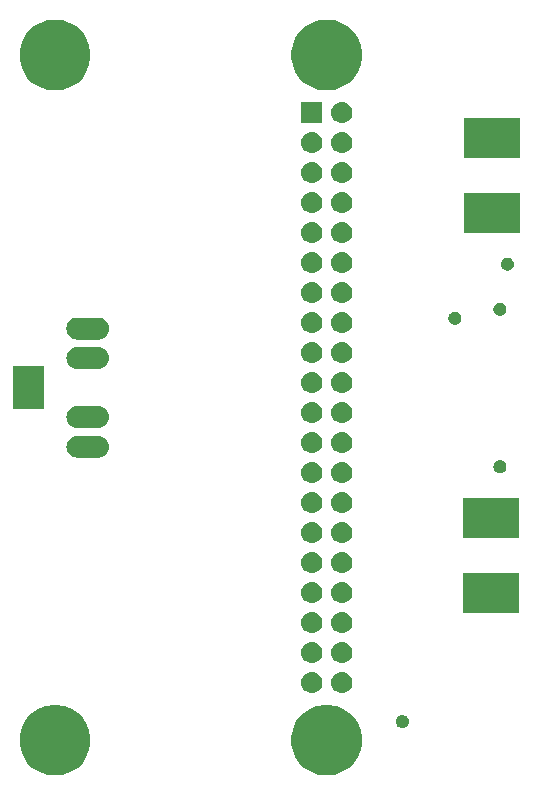
<source format=gbr>
G04 #@! TF.GenerationSoftware,KiCad,Pcbnew,5.1.2-f72e74a~84~ubuntu18.04.1*
G04 #@! TF.CreationDate,2019-05-17T13:13:24-07:00*
G04 #@! TF.ProjectId,RPZ_SC_VNA,52505a5f-5343-45f5-964e-412e6b696361,rev?*
G04 #@! TF.SameCoordinates,Original*
G04 #@! TF.FileFunction,Soldermask,Bot*
G04 #@! TF.FilePolarity,Negative*
%FSLAX46Y46*%
G04 Gerber Fmt 4.6, Leading zero omitted, Abs format (unit mm)*
G04 Created by KiCad (PCBNEW 5.1.2-f72e74a~84~ubuntu18.04.1) date 2019-05-17 13:13:24*
%MOMM*%
%LPD*%
G04 APERTURE LIST*
%ADD10C,0.100000*%
G04 APERTURE END LIST*
D10*
G36*
X132063370Y-103419859D02*
G01*
X132256568Y-103458288D01*
X132802533Y-103684434D01*
X133049878Y-103849705D01*
X133293888Y-104012747D01*
X133711753Y-104430612D01*
X133767474Y-104514005D01*
X134040066Y-104921967D01*
X134266212Y-105467932D01*
X134381500Y-106047526D01*
X134381500Y-106638474D01*
X134266212Y-107218068D01*
X134040066Y-107764033D01*
X133711752Y-108255389D01*
X133293889Y-108673252D01*
X132802533Y-109001566D01*
X132256568Y-109227712D01*
X132063370Y-109266141D01*
X131676976Y-109343000D01*
X131086024Y-109343000D01*
X130699630Y-109266141D01*
X130506432Y-109227712D01*
X129960467Y-109001566D01*
X129469111Y-108673252D01*
X129051248Y-108255389D01*
X128722934Y-107764033D01*
X128496788Y-107218068D01*
X128381500Y-106638474D01*
X128381500Y-106047526D01*
X128496788Y-105467932D01*
X128722934Y-104921967D01*
X128995526Y-104514005D01*
X129051247Y-104430612D01*
X129469112Y-104012747D01*
X129713122Y-103849705D01*
X129960467Y-103684434D01*
X130506432Y-103458288D01*
X130699630Y-103419859D01*
X131086024Y-103343000D01*
X131676976Y-103343000D01*
X132063370Y-103419859D01*
X132063370Y-103419859D01*
G37*
G36*
X109063370Y-103419859D02*
G01*
X109256568Y-103458288D01*
X109802533Y-103684434D01*
X110049878Y-103849705D01*
X110293888Y-104012747D01*
X110711753Y-104430612D01*
X110767474Y-104514005D01*
X111040066Y-104921967D01*
X111266212Y-105467932D01*
X111381500Y-106047526D01*
X111381500Y-106638474D01*
X111266212Y-107218068D01*
X111040066Y-107764033D01*
X110711752Y-108255389D01*
X110293889Y-108673252D01*
X109802533Y-109001566D01*
X109256568Y-109227712D01*
X109063370Y-109266141D01*
X108676976Y-109343000D01*
X108086024Y-109343000D01*
X107699630Y-109266141D01*
X107506432Y-109227712D01*
X106960467Y-109001566D01*
X106469111Y-108673252D01*
X106051248Y-108255389D01*
X105722934Y-107764033D01*
X105496788Y-107218068D01*
X105381500Y-106638474D01*
X105381500Y-106047526D01*
X105496788Y-105467932D01*
X105722934Y-104921967D01*
X105995526Y-104514005D01*
X106051247Y-104430612D01*
X106469112Y-104012747D01*
X106713122Y-103849705D01*
X106960467Y-103684434D01*
X107506432Y-103458288D01*
X107699630Y-103419859D01*
X108086024Y-103343000D01*
X108676976Y-103343000D01*
X109063370Y-103419859D01*
X109063370Y-103419859D01*
G37*
G36*
X137955721Y-104245174D02*
G01*
X138055995Y-104286709D01*
X138055996Y-104286710D01*
X138146242Y-104347010D01*
X138222990Y-104423758D01*
X138253345Y-104469188D01*
X138283291Y-104514005D01*
X138324826Y-104614279D01*
X138346000Y-104720730D01*
X138346000Y-104829270D01*
X138324826Y-104935721D01*
X138283291Y-105035995D01*
X138283290Y-105035996D01*
X138222990Y-105126242D01*
X138146242Y-105202990D01*
X138100812Y-105233345D01*
X138055995Y-105263291D01*
X137955721Y-105304826D01*
X137849270Y-105326000D01*
X137740730Y-105326000D01*
X137634279Y-105304826D01*
X137534005Y-105263291D01*
X137489188Y-105233345D01*
X137443758Y-105202990D01*
X137367010Y-105126242D01*
X137306710Y-105035996D01*
X137306709Y-105035995D01*
X137265174Y-104935721D01*
X137244000Y-104829270D01*
X137244000Y-104720730D01*
X137265174Y-104614279D01*
X137306709Y-104514005D01*
X137336655Y-104469188D01*
X137367010Y-104423758D01*
X137443758Y-104347010D01*
X137534004Y-104286710D01*
X137534005Y-104286709D01*
X137634279Y-104245174D01*
X137740730Y-104224000D01*
X137849270Y-104224000D01*
X137955721Y-104245174D01*
X137955721Y-104245174D01*
G37*
G36*
X130221943Y-100578519D02*
G01*
X130288127Y-100585037D01*
X130457966Y-100636557D01*
X130614491Y-100720222D01*
X130650229Y-100749552D01*
X130751686Y-100832814D01*
X130834948Y-100934271D01*
X130864278Y-100970009D01*
X130947943Y-101126534D01*
X130999463Y-101296373D01*
X131016859Y-101473000D01*
X130999463Y-101649627D01*
X130947943Y-101819466D01*
X130864278Y-101975991D01*
X130834948Y-102011729D01*
X130751686Y-102113186D01*
X130650229Y-102196448D01*
X130614491Y-102225778D01*
X130457966Y-102309443D01*
X130288127Y-102360963D01*
X130221943Y-102367481D01*
X130155760Y-102374000D01*
X130067240Y-102374000D01*
X130001058Y-102367482D01*
X129934873Y-102360963D01*
X129765034Y-102309443D01*
X129608509Y-102225778D01*
X129572771Y-102196448D01*
X129471314Y-102113186D01*
X129388052Y-102011729D01*
X129358722Y-101975991D01*
X129275057Y-101819466D01*
X129223537Y-101649627D01*
X129206141Y-101473000D01*
X129223537Y-101296373D01*
X129275057Y-101126534D01*
X129358722Y-100970009D01*
X129388052Y-100934271D01*
X129471314Y-100832814D01*
X129572771Y-100749552D01*
X129608509Y-100720222D01*
X129765034Y-100636557D01*
X129934873Y-100585037D01*
X130001058Y-100578518D01*
X130067240Y-100572000D01*
X130155760Y-100572000D01*
X130221943Y-100578519D01*
X130221943Y-100578519D01*
G37*
G36*
X132761943Y-100578519D02*
G01*
X132828127Y-100585037D01*
X132997966Y-100636557D01*
X133154491Y-100720222D01*
X133190229Y-100749552D01*
X133291686Y-100832814D01*
X133374948Y-100934271D01*
X133404278Y-100970009D01*
X133487943Y-101126534D01*
X133539463Y-101296373D01*
X133556859Y-101473000D01*
X133539463Y-101649627D01*
X133487943Y-101819466D01*
X133404278Y-101975991D01*
X133374948Y-102011729D01*
X133291686Y-102113186D01*
X133190229Y-102196448D01*
X133154491Y-102225778D01*
X132997966Y-102309443D01*
X132828127Y-102360963D01*
X132761943Y-102367481D01*
X132695760Y-102374000D01*
X132607240Y-102374000D01*
X132541058Y-102367482D01*
X132474873Y-102360963D01*
X132305034Y-102309443D01*
X132148509Y-102225778D01*
X132112771Y-102196448D01*
X132011314Y-102113186D01*
X131928052Y-102011729D01*
X131898722Y-101975991D01*
X131815057Y-101819466D01*
X131763537Y-101649627D01*
X131746141Y-101473000D01*
X131763537Y-101296373D01*
X131815057Y-101126534D01*
X131898722Y-100970009D01*
X131928052Y-100934271D01*
X132011314Y-100832814D01*
X132112771Y-100749552D01*
X132148509Y-100720222D01*
X132305034Y-100636557D01*
X132474873Y-100585037D01*
X132541058Y-100578518D01*
X132607240Y-100572000D01*
X132695760Y-100572000D01*
X132761943Y-100578519D01*
X132761943Y-100578519D01*
G37*
G36*
X132761942Y-98038518D02*
G01*
X132828127Y-98045037D01*
X132997966Y-98096557D01*
X133154491Y-98180222D01*
X133190229Y-98209552D01*
X133291686Y-98292814D01*
X133374948Y-98394271D01*
X133404278Y-98430009D01*
X133487943Y-98586534D01*
X133539463Y-98756373D01*
X133556859Y-98933000D01*
X133539463Y-99109627D01*
X133487943Y-99279466D01*
X133404278Y-99435991D01*
X133374948Y-99471729D01*
X133291686Y-99573186D01*
X133190229Y-99656448D01*
X133154491Y-99685778D01*
X132997966Y-99769443D01*
X132828127Y-99820963D01*
X132761942Y-99827482D01*
X132695760Y-99834000D01*
X132607240Y-99834000D01*
X132541058Y-99827482D01*
X132474873Y-99820963D01*
X132305034Y-99769443D01*
X132148509Y-99685778D01*
X132112771Y-99656448D01*
X132011314Y-99573186D01*
X131928052Y-99471729D01*
X131898722Y-99435991D01*
X131815057Y-99279466D01*
X131763537Y-99109627D01*
X131746141Y-98933000D01*
X131763537Y-98756373D01*
X131815057Y-98586534D01*
X131898722Y-98430009D01*
X131928052Y-98394271D01*
X132011314Y-98292814D01*
X132112771Y-98209552D01*
X132148509Y-98180222D01*
X132305034Y-98096557D01*
X132474873Y-98045037D01*
X132541058Y-98038518D01*
X132607240Y-98032000D01*
X132695760Y-98032000D01*
X132761942Y-98038518D01*
X132761942Y-98038518D01*
G37*
G36*
X130221942Y-98038518D02*
G01*
X130288127Y-98045037D01*
X130457966Y-98096557D01*
X130614491Y-98180222D01*
X130650229Y-98209552D01*
X130751686Y-98292814D01*
X130834948Y-98394271D01*
X130864278Y-98430009D01*
X130947943Y-98586534D01*
X130999463Y-98756373D01*
X131016859Y-98933000D01*
X130999463Y-99109627D01*
X130947943Y-99279466D01*
X130864278Y-99435991D01*
X130834948Y-99471729D01*
X130751686Y-99573186D01*
X130650229Y-99656448D01*
X130614491Y-99685778D01*
X130457966Y-99769443D01*
X130288127Y-99820963D01*
X130221942Y-99827482D01*
X130155760Y-99834000D01*
X130067240Y-99834000D01*
X130001058Y-99827482D01*
X129934873Y-99820963D01*
X129765034Y-99769443D01*
X129608509Y-99685778D01*
X129572771Y-99656448D01*
X129471314Y-99573186D01*
X129388052Y-99471729D01*
X129358722Y-99435991D01*
X129275057Y-99279466D01*
X129223537Y-99109627D01*
X129206141Y-98933000D01*
X129223537Y-98756373D01*
X129275057Y-98586534D01*
X129358722Y-98430009D01*
X129388052Y-98394271D01*
X129471314Y-98292814D01*
X129572771Y-98209552D01*
X129608509Y-98180222D01*
X129765034Y-98096557D01*
X129934873Y-98045037D01*
X130001058Y-98038518D01*
X130067240Y-98032000D01*
X130155760Y-98032000D01*
X130221942Y-98038518D01*
X130221942Y-98038518D01*
G37*
G36*
X132761942Y-95498518D02*
G01*
X132828127Y-95505037D01*
X132997966Y-95556557D01*
X133154491Y-95640222D01*
X133190229Y-95669552D01*
X133291686Y-95752814D01*
X133374948Y-95854271D01*
X133404278Y-95890009D01*
X133487943Y-96046534D01*
X133539463Y-96216373D01*
X133556859Y-96393000D01*
X133539463Y-96569627D01*
X133487943Y-96739466D01*
X133404278Y-96895991D01*
X133374948Y-96931729D01*
X133291686Y-97033186D01*
X133190229Y-97116448D01*
X133154491Y-97145778D01*
X132997966Y-97229443D01*
X132828127Y-97280963D01*
X132761943Y-97287481D01*
X132695760Y-97294000D01*
X132607240Y-97294000D01*
X132541058Y-97287482D01*
X132474873Y-97280963D01*
X132305034Y-97229443D01*
X132148509Y-97145778D01*
X132112771Y-97116448D01*
X132011314Y-97033186D01*
X131928052Y-96931729D01*
X131898722Y-96895991D01*
X131815057Y-96739466D01*
X131763537Y-96569627D01*
X131746141Y-96393000D01*
X131763537Y-96216373D01*
X131815057Y-96046534D01*
X131898722Y-95890009D01*
X131928052Y-95854271D01*
X132011314Y-95752814D01*
X132112771Y-95669552D01*
X132148509Y-95640222D01*
X132305034Y-95556557D01*
X132474873Y-95505037D01*
X132541057Y-95498519D01*
X132607240Y-95492000D01*
X132695760Y-95492000D01*
X132761942Y-95498518D01*
X132761942Y-95498518D01*
G37*
G36*
X130221942Y-95498518D02*
G01*
X130288127Y-95505037D01*
X130457966Y-95556557D01*
X130614491Y-95640222D01*
X130650229Y-95669552D01*
X130751686Y-95752814D01*
X130834948Y-95854271D01*
X130864278Y-95890009D01*
X130947943Y-96046534D01*
X130999463Y-96216373D01*
X131016859Y-96393000D01*
X130999463Y-96569627D01*
X130947943Y-96739466D01*
X130864278Y-96895991D01*
X130834948Y-96931729D01*
X130751686Y-97033186D01*
X130650229Y-97116448D01*
X130614491Y-97145778D01*
X130457966Y-97229443D01*
X130288127Y-97280963D01*
X130221943Y-97287481D01*
X130155760Y-97294000D01*
X130067240Y-97294000D01*
X130001058Y-97287482D01*
X129934873Y-97280963D01*
X129765034Y-97229443D01*
X129608509Y-97145778D01*
X129572771Y-97116448D01*
X129471314Y-97033186D01*
X129388052Y-96931729D01*
X129358722Y-96895991D01*
X129275057Y-96739466D01*
X129223537Y-96569627D01*
X129206141Y-96393000D01*
X129223537Y-96216373D01*
X129275057Y-96046534D01*
X129358722Y-95890009D01*
X129388052Y-95854271D01*
X129471314Y-95752814D01*
X129572771Y-95669552D01*
X129608509Y-95640222D01*
X129765034Y-95556557D01*
X129934873Y-95505037D01*
X130001057Y-95498519D01*
X130067240Y-95492000D01*
X130155760Y-95492000D01*
X130221942Y-95498518D01*
X130221942Y-95498518D01*
G37*
G36*
X147625000Y-95598180D02*
G01*
X142951000Y-95598180D01*
X142951000Y-92194180D01*
X147625000Y-92194180D01*
X147625000Y-95598180D01*
X147625000Y-95598180D01*
G37*
G36*
X132761942Y-92958518D02*
G01*
X132828127Y-92965037D01*
X132997966Y-93016557D01*
X133154491Y-93100222D01*
X133190229Y-93129552D01*
X133291686Y-93212814D01*
X133374948Y-93314271D01*
X133404278Y-93350009D01*
X133487943Y-93506534D01*
X133539463Y-93676373D01*
X133556859Y-93853000D01*
X133539463Y-94029627D01*
X133487943Y-94199466D01*
X133404278Y-94355991D01*
X133374948Y-94391729D01*
X133291686Y-94493186D01*
X133190229Y-94576448D01*
X133154491Y-94605778D01*
X132997966Y-94689443D01*
X132828127Y-94740963D01*
X132761942Y-94747482D01*
X132695760Y-94754000D01*
X132607240Y-94754000D01*
X132541057Y-94747481D01*
X132474873Y-94740963D01*
X132305034Y-94689443D01*
X132148509Y-94605778D01*
X132112771Y-94576448D01*
X132011314Y-94493186D01*
X131928052Y-94391729D01*
X131898722Y-94355991D01*
X131815057Y-94199466D01*
X131763537Y-94029627D01*
X131746141Y-93853000D01*
X131763537Y-93676373D01*
X131815057Y-93506534D01*
X131898722Y-93350009D01*
X131928052Y-93314271D01*
X132011314Y-93212814D01*
X132112771Y-93129552D01*
X132148509Y-93100222D01*
X132305034Y-93016557D01*
X132474873Y-92965037D01*
X132541058Y-92958518D01*
X132607240Y-92952000D01*
X132695760Y-92952000D01*
X132761942Y-92958518D01*
X132761942Y-92958518D01*
G37*
G36*
X130221942Y-92958518D02*
G01*
X130288127Y-92965037D01*
X130457966Y-93016557D01*
X130614491Y-93100222D01*
X130650229Y-93129552D01*
X130751686Y-93212814D01*
X130834948Y-93314271D01*
X130864278Y-93350009D01*
X130947943Y-93506534D01*
X130999463Y-93676373D01*
X131016859Y-93853000D01*
X130999463Y-94029627D01*
X130947943Y-94199466D01*
X130864278Y-94355991D01*
X130834948Y-94391729D01*
X130751686Y-94493186D01*
X130650229Y-94576448D01*
X130614491Y-94605778D01*
X130457966Y-94689443D01*
X130288127Y-94740963D01*
X130221942Y-94747482D01*
X130155760Y-94754000D01*
X130067240Y-94754000D01*
X130001057Y-94747481D01*
X129934873Y-94740963D01*
X129765034Y-94689443D01*
X129608509Y-94605778D01*
X129572771Y-94576448D01*
X129471314Y-94493186D01*
X129388052Y-94391729D01*
X129358722Y-94355991D01*
X129275057Y-94199466D01*
X129223537Y-94029627D01*
X129206141Y-93853000D01*
X129223537Y-93676373D01*
X129275057Y-93506534D01*
X129358722Y-93350009D01*
X129388052Y-93314271D01*
X129471314Y-93212814D01*
X129572771Y-93129552D01*
X129608509Y-93100222D01*
X129765034Y-93016557D01*
X129934873Y-92965037D01*
X130001058Y-92958518D01*
X130067240Y-92952000D01*
X130155760Y-92952000D01*
X130221942Y-92958518D01*
X130221942Y-92958518D01*
G37*
G36*
X132761943Y-90418519D02*
G01*
X132828127Y-90425037D01*
X132997966Y-90476557D01*
X133154491Y-90560222D01*
X133190229Y-90589552D01*
X133291686Y-90672814D01*
X133374948Y-90774271D01*
X133404278Y-90810009D01*
X133487943Y-90966534D01*
X133539463Y-91136373D01*
X133556859Y-91313000D01*
X133539463Y-91489627D01*
X133487943Y-91659466D01*
X133404278Y-91815991D01*
X133374948Y-91851729D01*
X133291686Y-91953186D01*
X133190229Y-92036448D01*
X133154491Y-92065778D01*
X132997966Y-92149443D01*
X132828127Y-92200963D01*
X132761942Y-92207482D01*
X132695760Y-92214000D01*
X132607240Y-92214000D01*
X132541058Y-92207482D01*
X132474873Y-92200963D01*
X132305034Y-92149443D01*
X132148509Y-92065778D01*
X132112771Y-92036448D01*
X132011314Y-91953186D01*
X131928052Y-91851729D01*
X131898722Y-91815991D01*
X131815057Y-91659466D01*
X131763537Y-91489627D01*
X131746141Y-91313000D01*
X131763537Y-91136373D01*
X131815057Y-90966534D01*
X131898722Y-90810009D01*
X131928052Y-90774271D01*
X132011314Y-90672814D01*
X132112771Y-90589552D01*
X132148509Y-90560222D01*
X132305034Y-90476557D01*
X132474873Y-90425037D01*
X132541057Y-90418519D01*
X132607240Y-90412000D01*
X132695760Y-90412000D01*
X132761943Y-90418519D01*
X132761943Y-90418519D01*
G37*
G36*
X130221943Y-90418519D02*
G01*
X130288127Y-90425037D01*
X130457966Y-90476557D01*
X130614491Y-90560222D01*
X130650229Y-90589552D01*
X130751686Y-90672814D01*
X130834948Y-90774271D01*
X130864278Y-90810009D01*
X130947943Y-90966534D01*
X130999463Y-91136373D01*
X131016859Y-91313000D01*
X130999463Y-91489627D01*
X130947943Y-91659466D01*
X130864278Y-91815991D01*
X130834948Y-91851729D01*
X130751686Y-91953186D01*
X130650229Y-92036448D01*
X130614491Y-92065778D01*
X130457966Y-92149443D01*
X130288127Y-92200963D01*
X130221942Y-92207482D01*
X130155760Y-92214000D01*
X130067240Y-92214000D01*
X130001058Y-92207482D01*
X129934873Y-92200963D01*
X129765034Y-92149443D01*
X129608509Y-92065778D01*
X129572771Y-92036448D01*
X129471314Y-91953186D01*
X129388052Y-91851729D01*
X129358722Y-91815991D01*
X129275057Y-91659466D01*
X129223537Y-91489627D01*
X129206141Y-91313000D01*
X129223537Y-91136373D01*
X129275057Y-90966534D01*
X129358722Y-90810009D01*
X129388052Y-90774271D01*
X129471314Y-90672814D01*
X129572771Y-90589552D01*
X129608509Y-90560222D01*
X129765034Y-90476557D01*
X129934873Y-90425037D01*
X130001057Y-90418519D01*
X130067240Y-90412000D01*
X130155760Y-90412000D01*
X130221943Y-90418519D01*
X130221943Y-90418519D01*
G37*
G36*
X132761942Y-87878518D02*
G01*
X132828127Y-87885037D01*
X132997966Y-87936557D01*
X133154491Y-88020222D01*
X133190229Y-88049552D01*
X133291686Y-88132814D01*
X133374948Y-88234271D01*
X133404278Y-88270009D01*
X133487943Y-88426534D01*
X133539463Y-88596373D01*
X133556859Y-88773000D01*
X133539463Y-88949627D01*
X133487943Y-89119466D01*
X133404278Y-89275991D01*
X133374948Y-89311729D01*
X133291686Y-89413186D01*
X133190229Y-89496448D01*
X133154491Y-89525778D01*
X132997966Y-89609443D01*
X132828127Y-89660963D01*
X132761943Y-89667481D01*
X132695760Y-89674000D01*
X132607240Y-89674000D01*
X132541057Y-89667481D01*
X132474873Y-89660963D01*
X132305034Y-89609443D01*
X132148509Y-89525778D01*
X132112771Y-89496448D01*
X132011314Y-89413186D01*
X131928052Y-89311729D01*
X131898722Y-89275991D01*
X131815057Y-89119466D01*
X131763537Y-88949627D01*
X131746141Y-88773000D01*
X131763537Y-88596373D01*
X131815057Y-88426534D01*
X131898722Y-88270009D01*
X131928052Y-88234271D01*
X132011314Y-88132814D01*
X132112771Y-88049552D01*
X132148509Y-88020222D01*
X132305034Y-87936557D01*
X132474873Y-87885037D01*
X132541058Y-87878518D01*
X132607240Y-87872000D01*
X132695760Y-87872000D01*
X132761942Y-87878518D01*
X132761942Y-87878518D01*
G37*
G36*
X130221942Y-87878518D02*
G01*
X130288127Y-87885037D01*
X130457966Y-87936557D01*
X130614491Y-88020222D01*
X130650229Y-88049552D01*
X130751686Y-88132814D01*
X130834948Y-88234271D01*
X130864278Y-88270009D01*
X130947943Y-88426534D01*
X130999463Y-88596373D01*
X131016859Y-88773000D01*
X130999463Y-88949627D01*
X130947943Y-89119466D01*
X130864278Y-89275991D01*
X130834948Y-89311729D01*
X130751686Y-89413186D01*
X130650229Y-89496448D01*
X130614491Y-89525778D01*
X130457966Y-89609443D01*
X130288127Y-89660963D01*
X130221943Y-89667481D01*
X130155760Y-89674000D01*
X130067240Y-89674000D01*
X130001057Y-89667481D01*
X129934873Y-89660963D01*
X129765034Y-89609443D01*
X129608509Y-89525778D01*
X129572771Y-89496448D01*
X129471314Y-89413186D01*
X129388052Y-89311729D01*
X129358722Y-89275991D01*
X129275057Y-89119466D01*
X129223537Y-88949627D01*
X129206141Y-88773000D01*
X129223537Y-88596373D01*
X129275057Y-88426534D01*
X129358722Y-88270009D01*
X129388052Y-88234271D01*
X129471314Y-88132814D01*
X129572771Y-88049552D01*
X129608509Y-88020222D01*
X129765034Y-87936557D01*
X129934873Y-87885037D01*
X130001058Y-87878518D01*
X130067240Y-87872000D01*
X130155760Y-87872000D01*
X130221942Y-87878518D01*
X130221942Y-87878518D01*
G37*
G36*
X147625000Y-89268500D02*
G01*
X142951000Y-89268500D01*
X142951000Y-85864500D01*
X147625000Y-85864500D01*
X147625000Y-89268500D01*
X147625000Y-89268500D01*
G37*
G36*
X132761942Y-85338518D02*
G01*
X132828127Y-85345037D01*
X132997966Y-85396557D01*
X133154491Y-85480222D01*
X133190229Y-85509552D01*
X133291686Y-85592814D01*
X133374948Y-85694271D01*
X133404278Y-85730009D01*
X133404279Y-85730011D01*
X133476166Y-85864500D01*
X133487943Y-85886534D01*
X133539463Y-86056373D01*
X133556859Y-86233000D01*
X133539463Y-86409627D01*
X133487943Y-86579466D01*
X133404278Y-86735991D01*
X133374948Y-86771729D01*
X133291686Y-86873186D01*
X133190229Y-86956448D01*
X133154491Y-86985778D01*
X132997966Y-87069443D01*
X132828127Y-87120963D01*
X132761942Y-87127482D01*
X132695760Y-87134000D01*
X132607240Y-87134000D01*
X132541058Y-87127482D01*
X132474873Y-87120963D01*
X132305034Y-87069443D01*
X132148509Y-86985778D01*
X132112771Y-86956448D01*
X132011314Y-86873186D01*
X131928052Y-86771729D01*
X131898722Y-86735991D01*
X131815057Y-86579466D01*
X131763537Y-86409627D01*
X131746141Y-86233000D01*
X131763537Y-86056373D01*
X131815057Y-85886534D01*
X131826835Y-85864500D01*
X131898721Y-85730011D01*
X131898722Y-85730009D01*
X131928052Y-85694271D01*
X132011314Y-85592814D01*
X132112771Y-85509552D01*
X132148509Y-85480222D01*
X132305034Y-85396557D01*
X132474873Y-85345037D01*
X132541058Y-85338518D01*
X132607240Y-85332000D01*
X132695760Y-85332000D01*
X132761942Y-85338518D01*
X132761942Y-85338518D01*
G37*
G36*
X130221942Y-85338518D02*
G01*
X130288127Y-85345037D01*
X130457966Y-85396557D01*
X130614491Y-85480222D01*
X130650229Y-85509552D01*
X130751686Y-85592814D01*
X130834948Y-85694271D01*
X130864278Y-85730009D01*
X130864279Y-85730011D01*
X130936166Y-85864500D01*
X130947943Y-85886534D01*
X130999463Y-86056373D01*
X131016859Y-86233000D01*
X130999463Y-86409627D01*
X130947943Y-86579466D01*
X130864278Y-86735991D01*
X130834948Y-86771729D01*
X130751686Y-86873186D01*
X130650229Y-86956448D01*
X130614491Y-86985778D01*
X130457966Y-87069443D01*
X130288127Y-87120963D01*
X130221942Y-87127482D01*
X130155760Y-87134000D01*
X130067240Y-87134000D01*
X130001058Y-87127482D01*
X129934873Y-87120963D01*
X129765034Y-87069443D01*
X129608509Y-86985778D01*
X129572771Y-86956448D01*
X129471314Y-86873186D01*
X129388052Y-86771729D01*
X129358722Y-86735991D01*
X129275057Y-86579466D01*
X129223537Y-86409627D01*
X129206141Y-86233000D01*
X129223537Y-86056373D01*
X129275057Y-85886534D01*
X129286835Y-85864500D01*
X129358721Y-85730011D01*
X129358722Y-85730009D01*
X129388052Y-85694271D01*
X129471314Y-85592814D01*
X129572771Y-85509552D01*
X129608509Y-85480222D01*
X129765034Y-85396557D01*
X129934873Y-85345037D01*
X130001058Y-85338518D01*
X130067240Y-85332000D01*
X130155760Y-85332000D01*
X130221942Y-85338518D01*
X130221942Y-85338518D01*
G37*
G36*
X130221943Y-82798519D02*
G01*
X130288127Y-82805037D01*
X130457966Y-82856557D01*
X130614491Y-82940222D01*
X130650229Y-82969552D01*
X130751686Y-83052814D01*
X130834948Y-83154271D01*
X130864278Y-83190009D01*
X130864279Y-83190011D01*
X130947509Y-83345721D01*
X130947943Y-83346534D01*
X130999463Y-83516373D01*
X131016859Y-83693000D01*
X130999463Y-83869627D01*
X130947943Y-84039466D01*
X130864278Y-84195991D01*
X130834948Y-84231729D01*
X130751686Y-84333186D01*
X130650229Y-84416448D01*
X130614491Y-84445778D01*
X130457966Y-84529443D01*
X130288127Y-84580963D01*
X130221943Y-84587481D01*
X130155760Y-84594000D01*
X130067240Y-84594000D01*
X130001057Y-84587481D01*
X129934873Y-84580963D01*
X129765034Y-84529443D01*
X129608509Y-84445778D01*
X129572771Y-84416448D01*
X129471314Y-84333186D01*
X129388052Y-84231729D01*
X129358722Y-84195991D01*
X129275057Y-84039466D01*
X129223537Y-83869627D01*
X129206141Y-83693000D01*
X129223537Y-83516373D01*
X129275057Y-83346534D01*
X129275492Y-83345721D01*
X129358721Y-83190011D01*
X129358722Y-83190009D01*
X129388052Y-83154271D01*
X129471314Y-83052814D01*
X129572771Y-82969552D01*
X129608509Y-82940222D01*
X129765034Y-82856557D01*
X129934873Y-82805037D01*
X130001057Y-82798519D01*
X130067240Y-82792000D01*
X130155760Y-82792000D01*
X130221943Y-82798519D01*
X130221943Y-82798519D01*
G37*
G36*
X132761943Y-82798519D02*
G01*
X132828127Y-82805037D01*
X132997966Y-82856557D01*
X133154491Y-82940222D01*
X133190229Y-82969552D01*
X133291686Y-83052814D01*
X133374948Y-83154271D01*
X133404278Y-83190009D01*
X133404279Y-83190011D01*
X133487509Y-83345721D01*
X133487943Y-83346534D01*
X133539463Y-83516373D01*
X133556859Y-83693000D01*
X133539463Y-83869627D01*
X133487943Y-84039466D01*
X133404278Y-84195991D01*
X133374948Y-84231729D01*
X133291686Y-84333186D01*
X133190229Y-84416448D01*
X133154491Y-84445778D01*
X132997966Y-84529443D01*
X132828127Y-84580963D01*
X132761943Y-84587481D01*
X132695760Y-84594000D01*
X132607240Y-84594000D01*
X132541057Y-84587481D01*
X132474873Y-84580963D01*
X132305034Y-84529443D01*
X132148509Y-84445778D01*
X132112771Y-84416448D01*
X132011314Y-84333186D01*
X131928052Y-84231729D01*
X131898722Y-84195991D01*
X131815057Y-84039466D01*
X131763537Y-83869627D01*
X131746141Y-83693000D01*
X131763537Y-83516373D01*
X131815057Y-83346534D01*
X131815492Y-83345721D01*
X131898721Y-83190011D01*
X131898722Y-83190009D01*
X131928052Y-83154271D01*
X132011314Y-83052814D01*
X132112771Y-82969552D01*
X132148509Y-82940222D01*
X132305034Y-82856557D01*
X132474873Y-82805037D01*
X132541057Y-82798519D01*
X132607240Y-82792000D01*
X132695760Y-82792000D01*
X132761943Y-82798519D01*
X132761943Y-82798519D01*
G37*
G36*
X146210721Y-82655174D02*
G01*
X146310995Y-82696709D01*
X146310996Y-82696710D01*
X146401242Y-82757010D01*
X146477990Y-82833758D01*
X146477991Y-82833760D01*
X146538291Y-82924005D01*
X146579826Y-83024279D01*
X146601000Y-83130730D01*
X146601000Y-83239270D01*
X146579826Y-83345721D01*
X146538291Y-83445995D01*
X146538290Y-83445996D01*
X146477990Y-83536242D01*
X146401242Y-83612990D01*
X146355812Y-83643345D01*
X146310995Y-83673291D01*
X146210721Y-83714826D01*
X146104270Y-83736000D01*
X145995730Y-83736000D01*
X145889279Y-83714826D01*
X145789005Y-83673291D01*
X145744188Y-83643345D01*
X145698758Y-83612990D01*
X145622010Y-83536242D01*
X145561710Y-83445996D01*
X145561709Y-83445995D01*
X145520174Y-83345721D01*
X145499000Y-83239270D01*
X145499000Y-83130730D01*
X145520174Y-83024279D01*
X145561709Y-82924005D01*
X145622009Y-82833760D01*
X145622010Y-82833758D01*
X145698758Y-82757010D01*
X145789004Y-82696710D01*
X145789005Y-82696709D01*
X145889279Y-82655174D01*
X145995730Y-82634000D01*
X146104270Y-82634000D01*
X146210721Y-82655174D01*
X146210721Y-82655174D01*
G37*
G36*
X112213329Y-80592198D02*
G01*
X112387879Y-80645148D01*
X112548747Y-80731133D01*
X112689749Y-80846851D01*
X112805467Y-80987853D01*
X112891452Y-81148721D01*
X112944402Y-81323271D01*
X112962280Y-81504800D01*
X112944402Y-81686329D01*
X112891452Y-81860879D01*
X112805467Y-82021747D01*
X112689749Y-82162749D01*
X112548747Y-82278467D01*
X112387879Y-82364452D01*
X112213329Y-82417402D01*
X112077290Y-82430800D01*
X110236310Y-82430800D01*
X110100271Y-82417402D01*
X109925721Y-82364452D01*
X109764853Y-82278467D01*
X109623851Y-82162749D01*
X109508133Y-82021747D01*
X109422148Y-81860879D01*
X109369198Y-81686329D01*
X109351320Y-81504800D01*
X109369198Y-81323271D01*
X109422148Y-81148721D01*
X109508133Y-80987853D01*
X109623851Y-80846851D01*
X109764853Y-80731133D01*
X109925721Y-80645148D01*
X110100271Y-80592198D01*
X110236310Y-80578800D01*
X112077290Y-80578800D01*
X112213329Y-80592198D01*
X112213329Y-80592198D01*
G37*
G36*
X130221943Y-80258519D02*
G01*
X130288127Y-80265037D01*
X130457966Y-80316557D01*
X130614491Y-80400222D01*
X130650229Y-80429552D01*
X130751686Y-80512814D01*
X130834948Y-80614271D01*
X130864278Y-80650009D01*
X130947943Y-80806534D01*
X130999463Y-80976373D01*
X131016859Y-81153000D01*
X130999463Y-81329627D01*
X130947943Y-81499466D01*
X130864278Y-81655991D01*
X130839381Y-81686328D01*
X130751686Y-81793186D01*
X130650229Y-81876448D01*
X130614491Y-81905778D01*
X130457966Y-81989443D01*
X130288127Y-82040963D01*
X130221942Y-82047482D01*
X130155760Y-82054000D01*
X130067240Y-82054000D01*
X130001058Y-82047482D01*
X129934873Y-82040963D01*
X129765034Y-81989443D01*
X129608509Y-81905778D01*
X129572771Y-81876448D01*
X129471314Y-81793186D01*
X129383619Y-81686328D01*
X129358722Y-81655991D01*
X129275057Y-81499466D01*
X129223537Y-81329627D01*
X129206141Y-81153000D01*
X129223537Y-80976373D01*
X129275057Y-80806534D01*
X129358722Y-80650009D01*
X129388052Y-80614271D01*
X129471314Y-80512814D01*
X129572771Y-80429552D01*
X129608509Y-80400222D01*
X129765034Y-80316557D01*
X129934873Y-80265037D01*
X130001057Y-80258519D01*
X130067240Y-80252000D01*
X130155760Y-80252000D01*
X130221943Y-80258519D01*
X130221943Y-80258519D01*
G37*
G36*
X132761943Y-80258519D02*
G01*
X132828127Y-80265037D01*
X132997966Y-80316557D01*
X133154491Y-80400222D01*
X133190229Y-80429552D01*
X133291686Y-80512814D01*
X133374948Y-80614271D01*
X133404278Y-80650009D01*
X133487943Y-80806534D01*
X133539463Y-80976373D01*
X133556859Y-81153000D01*
X133539463Y-81329627D01*
X133487943Y-81499466D01*
X133404278Y-81655991D01*
X133379381Y-81686328D01*
X133291686Y-81793186D01*
X133190229Y-81876448D01*
X133154491Y-81905778D01*
X132997966Y-81989443D01*
X132828127Y-82040963D01*
X132761942Y-82047482D01*
X132695760Y-82054000D01*
X132607240Y-82054000D01*
X132541058Y-82047482D01*
X132474873Y-82040963D01*
X132305034Y-81989443D01*
X132148509Y-81905778D01*
X132112771Y-81876448D01*
X132011314Y-81793186D01*
X131923619Y-81686328D01*
X131898722Y-81655991D01*
X131815057Y-81499466D01*
X131763537Y-81329627D01*
X131746141Y-81153000D01*
X131763537Y-80976373D01*
X131815057Y-80806534D01*
X131898722Y-80650009D01*
X131928052Y-80614271D01*
X132011314Y-80512814D01*
X132112771Y-80429552D01*
X132148509Y-80400222D01*
X132305034Y-80316557D01*
X132474873Y-80265037D01*
X132541057Y-80258519D01*
X132607240Y-80252000D01*
X132695760Y-80252000D01*
X132761943Y-80258519D01*
X132761943Y-80258519D01*
G37*
G36*
X112213329Y-78092198D02*
G01*
X112387879Y-78145148D01*
X112548747Y-78231133D01*
X112689749Y-78346851D01*
X112805467Y-78487853D01*
X112891452Y-78648721D01*
X112944402Y-78823271D01*
X112962280Y-79004800D01*
X112944402Y-79186329D01*
X112891452Y-79360879D01*
X112805467Y-79521747D01*
X112689749Y-79662749D01*
X112548747Y-79778467D01*
X112387879Y-79864452D01*
X112213329Y-79917402D01*
X112077290Y-79930800D01*
X110236310Y-79930800D01*
X110100271Y-79917402D01*
X109925721Y-79864452D01*
X109764853Y-79778467D01*
X109623851Y-79662749D01*
X109508133Y-79521747D01*
X109422148Y-79360879D01*
X109369198Y-79186329D01*
X109351320Y-79004800D01*
X109369198Y-78823271D01*
X109422148Y-78648721D01*
X109508133Y-78487853D01*
X109623851Y-78346851D01*
X109764853Y-78231133D01*
X109925721Y-78145148D01*
X110100271Y-78092198D01*
X110236310Y-78078800D01*
X112077290Y-78078800D01*
X112213329Y-78092198D01*
X112213329Y-78092198D01*
G37*
G36*
X132761943Y-77718519D02*
G01*
X132828127Y-77725037D01*
X132997966Y-77776557D01*
X133154491Y-77860222D01*
X133190229Y-77889552D01*
X133291686Y-77972814D01*
X133374948Y-78074271D01*
X133404278Y-78110009D01*
X133487943Y-78266534D01*
X133539463Y-78436373D01*
X133556859Y-78613000D01*
X133539463Y-78789627D01*
X133487943Y-78959466D01*
X133404278Y-79115991D01*
X133374948Y-79151729D01*
X133291686Y-79253186D01*
X133190229Y-79336448D01*
X133154491Y-79365778D01*
X132997966Y-79449443D01*
X132828127Y-79500963D01*
X132761943Y-79507481D01*
X132695760Y-79514000D01*
X132607240Y-79514000D01*
X132541057Y-79507481D01*
X132474873Y-79500963D01*
X132305034Y-79449443D01*
X132148509Y-79365778D01*
X132112771Y-79336448D01*
X132011314Y-79253186D01*
X131928052Y-79151729D01*
X131898722Y-79115991D01*
X131815057Y-78959466D01*
X131763537Y-78789627D01*
X131746141Y-78613000D01*
X131763537Y-78436373D01*
X131815057Y-78266534D01*
X131898722Y-78110009D01*
X131928052Y-78074271D01*
X132011314Y-77972814D01*
X132112771Y-77889552D01*
X132148509Y-77860222D01*
X132305034Y-77776557D01*
X132474873Y-77725037D01*
X132541057Y-77718519D01*
X132607240Y-77712000D01*
X132695760Y-77712000D01*
X132761943Y-77718519D01*
X132761943Y-77718519D01*
G37*
G36*
X130221943Y-77718519D02*
G01*
X130288127Y-77725037D01*
X130457966Y-77776557D01*
X130614491Y-77860222D01*
X130650229Y-77889552D01*
X130751686Y-77972814D01*
X130834948Y-78074271D01*
X130864278Y-78110009D01*
X130947943Y-78266534D01*
X130999463Y-78436373D01*
X131016859Y-78613000D01*
X130999463Y-78789627D01*
X130947943Y-78959466D01*
X130864278Y-79115991D01*
X130834948Y-79151729D01*
X130751686Y-79253186D01*
X130650229Y-79336448D01*
X130614491Y-79365778D01*
X130457966Y-79449443D01*
X130288127Y-79500963D01*
X130221943Y-79507481D01*
X130155760Y-79514000D01*
X130067240Y-79514000D01*
X130001057Y-79507481D01*
X129934873Y-79500963D01*
X129765034Y-79449443D01*
X129608509Y-79365778D01*
X129572771Y-79336448D01*
X129471314Y-79253186D01*
X129388052Y-79151729D01*
X129358722Y-79115991D01*
X129275057Y-78959466D01*
X129223537Y-78789627D01*
X129206141Y-78613000D01*
X129223537Y-78436373D01*
X129275057Y-78266534D01*
X129358722Y-78110009D01*
X129388052Y-78074271D01*
X129471314Y-77972814D01*
X129572771Y-77889552D01*
X129608509Y-77860222D01*
X129765034Y-77776557D01*
X129934873Y-77725037D01*
X130001057Y-77718519D01*
X130067240Y-77712000D01*
X130155760Y-77712000D01*
X130221943Y-77718519D01*
X130221943Y-77718519D01*
G37*
G36*
X107451800Y-78305800D02*
G01*
X104849800Y-78305800D01*
X104849800Y-74703800D01*
X107451800Y-74703800D01*
X107451800Y-78305800D01*
X107451800Y-78305800D01*
G37*
G36*
X130221942Y-75178518D02*
G01*
X130288127Y-75185037D01*
X130457966Y-75236557D01*
X130614491Y-75320222D01*
X130650229Y-75349552D01*
X130751686Y-75432814D01*
X130834948Y-75534271D01*
X130864278Y-75570009D01*
X130947943Y-75726534D01*
X130999463Y-75896373D01*
X131016859Y-76073000D01*
X130999463Y-76249627D01*
X130947943Y-76419466D01*
X130864278Y-76575991D01*
X130834948Y-76611729D01*
X130751686Y-76713186D01*
X130650229Y-76796448D01*
X130614491Y-76825778D01*
X130457966Y-76909443D01*
X130288127Y-76960963D01*
X130221942Y-76967482D01*
X130155760Y-76974000D01*
X130067240Y-76974000D01*
X130001058Y-76967482D01*
X129934873Y-76960963D01*
X129765034Y-76909443D01*
X129608509Y-76825778D01*
X129572771Y-76796448D01*
X129471314Y-76713186D01*
X129388052Y-76611729D01*
X129358722Y-76575991D01*
X129275057Y-76419466D01*
X129223537Y-76249627D01*
X129206141Y-76073000D01*
X129223537Y-75896373D01*
X129275057Y-75726534D01*
X129358722Y-75570009D01*
X129388052Y-75534271D01*
X129471314Y-75432814D01*
X129572771Y-75349552D01*
X129608509Y-75320222D01*
X129765034Y-75236557D01*
X129934873Y-75185037D01*
X130001058Y-75178518D01*
X130067240Y-75172000D01*
X130155760Y-75172000D01*
X130221942Y-75178518D01*
X130221942Y-75178518D01*
G37*
G36*
X132761942Y-75178518D02*
G01*
X132828127Y-75185037D01*
X132997966Y-75236557D01*
X133154491Y-75320222D01*
X133190229Y-75349552D01*
X133291686Y-75432814D01*
X133374948Y-75534271D01*
X133404278Y-75570009D01*
X133487943Y-75726534D01*
X133539463Y-75896373D01*
X133556859Y-76073000D01*
X133539463Y-76249627D01*
X133487943Y-76419466D01*
X133404278Y-76575991D01*
X133374948Y-76611729D01*
X133291686Y-76713186D01*
X133190229Y-76796448D01*
X133154491Y-76825778D01*
X132997966Y-76909443D01*
X132828127Y-76960963D01*
X132761942Y-76967482D01*
X132695760Y-76974000D01*
X132607240Y-76974000D01*
X132541058Y-76967482D01*
X132474873Y-76960963D01*
X132305034Y-76909443D01*
X132148509Y-76825778D01*
X132112771Y-76796448D01*
X132011314Y-76713186D01*
X131928052Y-76611729D01*
X131898722Y-76575991D01*
X131815057Y-76419466D01*
X131763537Y-76249627D01*
X131746141Y-76073000D01*
X131763537Y-75896373D01*
X131815057Y-75726534D01*
X131898722Y-75570009D01*
X131928052Y-75534271D01*
X132011314Y-75432814D01*
X132112771Y-75349552D01*
X132148509Y-75320222D01*
X132305034Y-75236557D01*
X132474873Y-75185037D01*
X132541058Y-75178518D01*
X132607240Y-75172000D01*
X132695760Y-75172000D01*
X132761942Y-75178518D01*
X132761942Y-75178518D01*
G37*
G36*
X112213329Y-73092198D02*
G01*
X112387879Y-73145148D01*
X112548747Y-73231133D01*
X112689749Y-73346851D01*
X112805467Y-73487853D01*
X112891452Y-73648721D01*
X112944402Y-73823271D01*
X112962280Y-74004800D01*
X112944402Y-74186329D01*
X112891452Y-74360879D01*
X112805467Y-74521747D01*
X112689749Y-74662749D01*
X112548747Y-74778467D01*
X112387879Y-74864452D01*
X112213329Y-74917402D01*
X112077290Y-74930800D01*
X110236310Y-74930800D01*
X110100271Y-74917402D01*
X109925721Y-74864452D01*
X109764853Y-74778467D01*
X109623851Y-74662749D01*
X109508133Y-74521747D01*
X109422148Y-74360879D01*
X109369198Y-74186329D01*
X109351320Y-74004800D01*
X109369198Y-73823271D01*
X109422148Y-73648721D01*
X109508133Y-73487853D01*
X109623851Y-73346851D01*
X109764853Y-73231133D01*
X109925721Y-73145148D01*
X110100271Y-73092198D01*
X110236310Y-73078800D01*
X112077290Y-73078800D01*
X112213329Y-73092198D01*
X112213329Y-73092198D01*
G37*
G36*
X130221943Y-72638519D02*
G01*
X130288127Y-72645037D01*
X130457966Y-72696557D01*
X130614491Y-72780222D01*
X130650229Y-72809552D01*
X130751686Y-72892814D01*
X130834948Y-72994271D01*
X130864278Y-73030009D01*
X130947943Y-73186534D01*
X130999463Y-73356373D01*
X131016859Y-73533000D01*
X130999463Y-73709627D01*
X130947943Y-73879466D01*
X130864278Y-74035991D01*
X130834948Y-74071729D01*
X130751686Y-74173186D01*
X130650229Y-74256448D01*
X130614491Y-74285778D01*
X130457966Y-74369443D01*
X130288127Y-74420963D01*
X130221943Y-74427481D01*
X130155760Y-74434000D01*
X130067240Y-74434000D01*
X130001057Y-74427481D01*
X129934873Y-74420963D01*
X129765034Y-74369443D01*
X129608509Y-74285778D01*
X129572771Y-74256448D01*
X129471314Y-74173186D01*
X129388052Y-74071729D01*
X129358722Y-74035991D01*
X129275057Y-73879466D01*
X129223537Y-73709627D01*
X129206141Y-73533000D01*
X129223537Y-73356373D01*
X129275057Y-73186534D01*
X129358722Y-73030009D01*
X129388052Y-72994271D01*
X129471314Y-72892814D01*
X129572771Y-72809552D01*
X129608509Y-72780222D01*
X129765034Y-72696557D01*
X129934873Y-72645037D01*
X130001057Y-72638519D01*
X130067240Y-72632000D01*
X130155760Y-72632000D01*
X130221943Y-72638519D01*
X130221943Y-72638519D01*
G37*
G36*
X132761943Y-72638519D02*
G01*
X132828127Y-72645037D01*
X132997966Y-72696557D01*
X133154491Y-72780222D01*
X133190229Y-72809552D01*
X133291686Y-72892814D01*
X133374948Y-72994271D01*
X133404278Y-73030009D01*
X133487943Y-73186534D01*
X133539463Y-73356373D01*
X133556859Y-73533000D01*
X133539463Y-73709627D01*
X133487943Y-73879466D01*
X133404278Y-74035991D01*
X133374948Y-74071729D01*
X133291686Y-74173186D01*
X133190229Y-74256448D01*
X133154491Y-74285778D01*
X132997966Y-74369443D01*
X132828127Y-74420963D01*
X132761943Y-74427481D01*
X132695760Y-74434000D01*
X132607240Y-74434000D01*
X132541057Y-74427481D01*
X132474873Y-74420963D01*
X132305034Y-74369443D01*
X132148509Y-74285778D01*
X132112771Y-74256448D01*
X132011314Y-74173186D01*
X131928052Y-74071729D01*
X131898722Y-74035991D01*
X131815057Y-73879466D01*
X131763537Y-73709627D01*
X131746141Y-73533000D01*
X131763537Y-73356373D01*
X131815057Y-73186534D01*
X131898722Y-73030009D01*
X131928052Y-72994271D01*
X132011314Y-72892814D01*
X132112771Y-72809552D01*
X132148509Y-72780222D01*
X132305034Y-72696557D01*
X132474873Y-72645037D01*
X132541057Y-72638519D01*
X132607240Y-72632000D01*
X132695760Y-72632000D01*
X132761943Y-72638519D01*
X132761943Y-72638519D01*
G37*
G36*
X112213329Y-70592198D02*
G01*
X112387879Y-70645148D01*
X112548747Y-70731133D01*
X112689749Y-70846851D01*
X112805467Y-70987853D01*
X112891452Y-71148721D01*
X112944402Y-71323271D01*
X112962280Y-71504800D01*
X112944402Y-71686329D01*
X112891452Y-71860879D01*
X112805467Y-72021747D01*
X112689749Y-72162749D01*
X112548747Y-72278467D01*
X112387879Y-72364452D01*
X112213329Y-72417402D01*
X112077290Y-72430800D01*
X110236310Y-72430800D01*
X110100271Y-72417402D01*
X109925721Y-72364452D01*
X109764853Y-72278467D01*
X109623851Y-72162749D01*
X109508133Y-72021747D01*
X109422148Y-71860879D01*
X109369198Y-71686329D01*
X109351320Y-71504800D01*
X109369198Y-71323271D01*
X109422148Y-71148721D01*
X109508133Y-70987853D01*
X109623851Y-70846851D01*
X109764853Y-70731133D01*
X109925721Y-70645148D01*
X110100271Y-70592198D01*
X110236310Y-70578800D01*
X112077290Y-70578800D01*
X112213329Y-70592198D01*
X112213329Y-70592198D01*
G37*
G36*
X130221943Y-70098519D02*
G01*
X130288127Y-70105037D01*
X130457966Y-70156557D01*
X130614491Y-70240222D01*
X130639514Y-70260758D01*
X130751686Y-70352814D01*
X130832493Y-70451279D01*
X130864278Y-70490009D01*
X130947943Y-70646534D01*
X130999463Y-70816373D01*
X131016859Y-70993000D01*
X130999463Y-71169627D01*
X130947943Y-71339466D01*
X130864278Y-71495991D01*
X130834948Y-71531729D01*
X130751686Y-71633186D01*
X130650229Y-71716448D01*
X130614491Y-71745778D01*
X130457966Y-71829443D01*
X130288127Y-71880963D01*
X130221943Y-71887481D01*
X130155760Y-71894000D01*
X130067240Y-71894000D01*
X130001057Y-71887481D01*
X129934873Y-71880963D01*
X129765034Y-71829443D01*
X129608509Y-71745778D01*
X129572771Y-71716448D01*
X129471314Y-71633186D01*
X129388052Y-71531729D01*
X129358722Y-71495991D01*
X129275057Y-71339466D01*
X129223537Y-71169627D01*
X129206141Y-70993000D01*
X129223537Y-70816373D01*
X129275057Y-70646534D01*
X129358722Y-70490009D01*
X129390507Y-70451279D01*
X129471314Y-70352814D01*
X129583486Y-70260758D01*
X129608509Y-70240222D01*
X129765034Y-70156557D01*
X129934873Y-70105037D01*
X130001057Y-70098519D01*
X130067240Y-70092000D01*
X130155760Y-70092000D01*
X130221943Y-70098519D01*
X130221943Y-70098519D01*
G37*
G36*
X132761943Y-70098519D02*
G01*
X132828127Y-70105037D01*
X132997966Y-70156557D01*
X133154491Y-70240222D01*
X133179514Y-70260758D01*
X133291686Y-70352814D01*
X133372493Y-70451279D01*
X133404278Y-70490009D01*
X133487943Y-70646534D01*
X133539463Y-70816373D01*
X133556859Y-70993000D01*
X133539463Y-71169627D01*
X133487943Y-71339466D01*
X133404278Y-71495991D01*
X133374948Y-71531729D01*
X133291686Y-71633186D01*
X133190229Y-71716448D01*
X133154491Y-71745778D01*
X132997966Y-71829443D01*
X132828127Y-71880963D01*
X132761943Y-71887481D01*
X132695760Y-71894000D01*
X132607240Y-71894000D01*
X132541057Y-71887481D01*
X132474873Y-71880963D01*
X132305034Y-71829443D01*
X132148509Y-71745778D01*
X132112771Y-71716448D01*
X132011314Y-71633186D01*
X131928052Y-71531729D01*
X131898722Y-71495991D01*
X131815057Y-71339466D01*
X131763537Y-71169627D01*
X131746141Y-70993000D01*
X131763537Y-70816373D01*
X131815057Y-70646534D01*
X131898722Y-70490009D01*
X131930507Y-70451279D01*
X132011314Y-70352814D01*
X132123486Y-70260758D01*
X132148509Y-70240222D01*
X132305034Y-70156557D01*
X132474873Y-70105037D01*
X132541057Y-70098519D01*
X132607240Y-70092000D01*
X132695760Y-70092000D01*
X132761943Y-70098519D01*
X132761943Y-70098519D01*
G37*
G36*
X142400721Y-70082174D02*
G01*
X142500995Y-70123709D01*
X142500996Y-70123710D01*
X142591242Y-70184010D01*
X142667990Y-70260758D01*
X142698345Y-70306188D01*
X142728291Y-70351005D01*
X142769826Y-70451279D01*
X142791000Y-70557730D01*
X142791000Y-70666270D01*
X142769826Y-70772721D01*
X142728291Y-70872995D01*
X142728290Y-70872996D01*
X142667990Y-70963242D01*
X142591242Y-71039990D01*
X142545812Y-71070345D01*
X142500995Y-71100291D01*
X142400721Y-71141826D01*
X142294270Y-71163000D01*
X142185730Y-71163000D01*
X142079279Y-71141826D01*
X141979005Y-71100291D01*
X141934188Y-71070345D01*
X141888758Y-71039990D01*
X141812010Y-70963242D01*
X141751710Y-70872996D01*
X141751709Y-70872995D01*
X141710174Y-70772721D01*
X141689000Y-70666270D01*
X141689000Y-70557730D01*
X141710174Y-70451279D01*
X141751709Y-70351005D01*
X141781655Y-70306188D01*
X141812010Y-70260758D01*
X141888758Y-70184010D01*
X141979004Y-70123710D01*
X141979005Y-70123709D01*
X142079279Y-70082174D01*
X142185730Y-70061000D01*
X142294270Y-70061000D01*
X142400721Y-70082174D01*
X142400721Y-70082174D01*
G37*
G36*
X146210721Y-69320174D02*
G01*
X146310995Y-69361709D01*
X146310996Y-69361710D01*
X146401242Y-69422010D01*
X146477990Y-69498758D01*
X146477991Y-69498760D01*
X146538291Y-69589005D01*
X146579826Y-69689279D01*
X146601000Y-69795730D01*
X146601000Y-69904270D01*
X146579826Y-70010721D01*
X146538291Y-70110995D01*
X146538290Y-70110996D01*
X146477990Y-70201242D01*
X146401242Y-70277990D01*
X146355812Y-70308345D01*
X146310995Y-70338291D01*
X146210721Y-70379826D01*
X146104270Y-70401000D01*
X145995730Y-70401000D01*
X145889279Y-70379826D01*
X145789005Y-70338291D01*
X145744188Y-70308345D01*
X145698758Y-70277990D01*
X145622010Y-70201242D01*
X145561710Y-70110996D01*
X145561709Y-70110995D01*
X145520174Y-70010721D01*
X145499000Y-69904270D01*
X145499000Y-69795730D01*
X145520174Y-69689279D01*
X145561709Y-69589005D01*
X145622009Y-69498760D01*
X145622010Y-69498758D01*
X145698758Y-69422010D01*
X145789004Y-69361710D01*
X145789005Y-69361709D01*
X145889279Y-69320174D01*
X145995730Y-69299000D01*
X146104270Y-69299000D01*
X146210721Y-69320174D01*
X146210721Y-69320174D01*
G37*
G36*
X132761943Y-67558519D02*
G01*
X132828127Y-67565037D01*
X132997966Y-67616557D01*
X133154491Y-67700222D01*
X133190229Y-67729552D01*
X133291686Y-67812814D01*
X133374948Y-67914271D01*
X133404278Y-67950009D01*
X133487943Y-68106534D01*
X133539463Y-68276373D01*
X133556859Y-68453000D01*
X133539463Y-68629627D01*
X133487943Y-68799466D01*
X133404278Y-68955991D01*
X133374948Y-68991729D01*
X133291686Y-69093186D01*
X133190229Y-69176448D01*
X133154491Y-69205778D01*
X132997966Y-69289443D01*
X132828127Y-69340963D01*
X132761943Y-69347481D01*
X132695760Y-69354000D01*
X132607240Y-69354000D01*
X132541057Y-69347481D01*
X132474873Y-69340963D01*
X132305034Y-69289443D01*
X132148509Y-69205778D01*
X132112771Y-69176448D01*
X132011314Y-69093186D01*
X131928052Y-68991729D01*
X131898722Y-68955991D01*
X131815057Y-68799466D01*
X131763537Y-68629627D01*
X131746141Y-68453000D01*
X131763537Y-68276373D01*
X131815057Y-68106534D01*
X131898722Y-67950009D01*
X131928052Y-67914271D01*
X132011314Y-67812814D01*
X132112771Y-67729552D01*
X132148509Y-67700222D01*
X132305034Y-67616557D01*
X132474873Y-67565037D01*
X132541057Y-67558519D01*
X132607240Y-67552000D01*
X132695760Y-67552000D01*
X132761943Y-67558519D01*
X132761943Y-67558519D01*
G37*
G36*
X130221943Y-67558519D02*
G01*
X130288127Y-67565037D01*
X130457966Y-67616557D01*
X130614491Y-67700222D01*
X130650229Y-67729552D01*
X130751686Y-67812814D01*
X130834948Y-67914271D01*
X130864278Y-67950009D01*
X130947943Y-68106534D01*
X130999463Y-68276373D01*
X131016859Y-68453000D01*
X130999463Y-68629627D01*
X130947943Y-68799466D01*
X130864278Y-68955991D01*
X130834948Y-68991729D01*
X130751686Y-69093186D01*
X130650229Y-69176448D01*
X130614491Y-69205778D01*
X130457966Y-69289443D01*
X130288127Y-69340963D01*
X130221943Y-69347481D01*
X130155760Y-69354000D01*
X130067240Y-69354000D01*
X130001057Y-69347481D01*
X129934873Y-69340963D01*
X129765034Y-69289443D01*
X129608509Y-69205778D01*
X129572771Y-69176448D01*
X129471314Y-69093186D01*
X129388052Y-68991729D01*
X129358722Y-68955991D01*
X129275057Y-68799466D01*
X129223537Y-68629627D01*
X129206141Y-68453000D01*
X129223537Y-68276373D01*
X129275057Y-68106534D01*
X129358722Y-67950009D01*
X129388052Y-67914271D01*
X129471314Y-67812814D01*
X129572771Y-67729552D01*
X129608509Y-67700222D01*
X129765034Y-67616557D01*
X129934873Y-67565037D01*
X130001057Y-67558519D01*
X130067240Y-67552000D01*
X130155760Y-67552000D01*
X130221943Y-67558519D01*
X130221943Y-67558519D01*
G37*
G36*
X132761942Y-65018518D02*
G01*
X132828127Y-65025037D01*
X132997966Y-65076557D01*
X133154491Y-65160222D01*
X133190229Y-65189552D01*
X133291686Y-65272814D01*
X133374948Y-65374271D01*
X133404278Y-65410009D01*
X133487943Y-65566534D01*
X133539463Y-65736373D01*
X133556859Y-65913000D01*
X133539463Y-66089627D01*
X133487943Y-66259466D01*
X133404278Y-66415991D01*
X133374948Y-66451729D01*
X133291686Y-66553186D01*
X133190229Y-66636448D01*
X133154491Y-66665778D01*
X132997966Y-66749443D01*
X132828127Y-66800963D01*
X132761942Y-66807482D01*
X132695760Y-66814000D01*
X132607240Y-66814000D01*
X132541058Y-66807482D01*
X132474873Y-66800963D01*
X132305034Y-66749443D01*
X132148509Y-66665778D01*
X132112771Y-66636448D01*
X132011314Y-66553186D01*
X131928052Y-66451729D01*
X131898722Y-66415991D01*
X131815057Y-66259466D01*
X131763537Y-66089627D01*
X131746141Y-65913000D01*
X131763537Y-65736373D01*
X131815057Y-65566534D01*
X131898722Y-65410009D01*
X131928052Y-65374271D01*
X132011314Y-65272814D01*
X132112771Y-65189552D01*
X132148509Y-65160222D01*
X132305034Y-65076557D01*
X132474873Y-65025037D01*
X132541058Y-65018518D01*
X132607240Y-65012000D01*
X132695760Y-65012000D01*
X132761942Y-65018518D01*
X132761942Y-65018518D01*
G37*
G36*
X130221942Y-65018518D02*
G01*
X130288127Y-65025037D01*
X130457966Y-65076557D01*
X130614491Y-65160222D01*
X130650229Y-65189552D01*
X130751686Y-65272814D01*
X130834948Y-65374271D01*
X130864278Y-65410009D01*
X130947943Y-65566534D01*
X130999463Y-65736373D01*
X131016859Y-65913000D01*
X130999463Y-66089627D01*
X130947943Y-66259466D01*
X130864278Y-66415991D01*
X130834948Y-66451729D01*
X130751686Y-66553186D01*
X130650229Y-66636448D01*
X130614491Y-66665778D01*
X130457966Y-66749443D01*
X130288127Y-66800963D01*
X130221942Y-66807482D01*
X130155760Y-66814000D01*
X130067240Y-66814000D01*
X130001058Y-66807482D01*
X129934873Y-66800963D01*
X129765034Y-66749443D01*
X129608509Y-66665778D01*
X129572771Y-66636448D01*
X129471314Y-66553186D01*
X129388052Y-66451729D01*
X129358722Y-66415991D01*
X129275057Y-66259466D01*
X129223537Y-66089627D01*
X129206141Y-65913000D01*
X129223537Y-65736373D01*
X129275057Y-65566534D01*
X129358722Y-65410009D01*
X129388052Y-65374271D01*
X129471314Y-65272814D01*
X129572771Y-65189552D01*
X129608509Y-65160222D01*
X129765034Y-65076557D01*
X129934873Y-65025037D01*
X130001058Y-65018518D01*
X130067240Y-65012000D01*
X130155760Y-65012000D01*
X130221942Y-65018518D01*
X130221942Y-65018518D01*
G37*
G36*
X146845721Y-65510174D02*
G01*
X146945995Y-65551709D01*
X146945996Y-65551710D01*
X147036242Y-65612010D01*
X147112990Y-65688758D01*
X147112991Y-65688760D01*
X147173291Y-65779005D01*
X147214826Y-65879279D01*
X147236000Y-65985730D01*
X147236000Y-66094270D01*
X147214826Y-66200721D01*
X147173291Y-66300995D01*
X147173290Y-66300996D01*
X147112990Y-66391242D01*
X147036242Y-66467990D01*
X146990812Y-66498345D01*
X146945995Y-66528291D01*
X146845721Y-66569826D01*
X146739270Y-66591000D01*
X146630730Y-66591000D01*
X146524279Y-66569826D01*
X146424005Y-66528291D01*
X146379188Y-66498345D01*
X146333758Y-66467990D01*
X146257010Y-66391242D01*
X146196710Y-66300996D01*
X146196709Y-66300995D01*
X146155174Y-66200721D01*
X146134000Y-66094270D01*
X146134000Y-65985730D01*
X146155174Y-65879279D01*
X146196709Y-65779005D01*
X146257009Y-65688760D01*
X146257010Y-65688758D01*
X146333758Y-65612010D01*
X146424004Y-65551710D01*
X146424005Y-65551709D01*
X146524279Y-65510174D01*
X146630730Y-65489000D01*
X146739270Y-65489000D01*
X146845721Y-65510174D01*
X146845721Y-65510174D01*
G37*
G36*
X132761943Y-62478519D02*
G01*
X132828127Y-62485037D01*
X132997966Y-62536557D01*
X133154491Y-62620222D01*
X133190229Y-62649552D01*
X133291686Y-62732814D01*
X133374948Y-62834271D01*
X133404278Y-62870009D01*
X133487943Y-63026534D01*
X133539463Y-63196373D01*
X133556859Y-63373000D01*
X133539463Y-63549627D01*
X133487943Y-63719466D01*
X133404278Y-63875991D01*
X133374948Y-63911729D01*
X133291686Y-64013186D01*
X133190229Y-64096448D01*
X133154491Y-64125778D01*
X132997966Y-64209443D01*
X132828127Y-64260963D01*
X132761943Y-64267481D01*
X132695760Y-64274000D01*
X132607240Y-64274000D01*
X132541057Y-64267481D01*
X132474873Y-64260963D01*
X132305034Y-64209443D01*
X132148509Y-64125778D01*
X132112771Y-64096448D01*
X132011314Y-64013186D01*
X131928052Y-63911729D01*
X131898722Y-63875991D01*
X131815057Y-63719466D01*
X131763537Y-63549627D01*
X131746141Y-63373000D01*
X131763537Y-63196373D01*
X131815057Y-63026534D01*
X131898722Y-62870009D01*
X131928052Y-62834271D01*
X132011314Y-62732814D01*
X132112771Y-62649552D01*
X132148509Y-62620222D01*
X132305034Y-62536557D01*
X132474873Y-62485037D01*
X132541057Y-62478519D01*
X132607240Y-62472000D01*
X132695760Y-62472000D01*
X132761943Y-62478519D01*
X132761943Y-62478519D01*
G37*
G36*
X130221943Y-62478519D02*
G01*
X130288127Y-62485037D01*
X130457966Y-62536557D01*
X130614491Y-62620222D01*
X130650229Y-62649552D01*
X130751686Y-62732814D01*
X130834948Y-62834271D01*
X130864278Y-62870009D01*
X130947943Y-63026534D01*
X130999463Y-63196373D01*
X131016859Y-63373000D01*
X130999463Y-63549627D01*
X130947943Y-63719466D01*
X130864278Y-63875991D01*
X130834948Y-63911729D01*
X130751686Y-64013186D01*
X130650229Y-64096448D01*
X130614491Y-64125778D01*
X130457966Y-64209443D01*
X130288127Y-64260963D01*
X130221943Y-64267481D01*
X130155760Y-64274000D01*
X130067240Y-64274000D01*
X130001057Y-64267481D01*
X129934873Y-64260963D01*
X129765034Y-64209443D01*
X129608509Y-64125778D01*
X129572771Y-64096448D01*
X129471314Y-64013186D01*
X129388052Y-63911729D01*
X129358722Y-63875991D01*
X129275057Y-63719466D01*
X129223537Y-63549627D01*
X129206141Y-63373000D01*
X129223537Y-63196373D01*
X129275057Y-63026534D01*
X129358722Y-62870009D01*
X129388052Y-62834271D01*
X129471314Y-62732814D01*
X129572771Y-62649552D01*
X129608509Y-62620222D01*
X129765034Y-62536557D01*
X129934873Y-62485037D01*
X130001057Y-62478519D01*
X130067240Y-62472000D01*
X130155760Y-62472000D01*
X130221943Y-62478519D01*
X130221943Y-62478519D01*
G37*
G36*
X147725000Y-63430340D02*
G01*
X143051000Y-63430340D01*
X143051000Y-60026340D01*
X147725000Y-60026340D01*
X147725000Y-63430340D01*
X147725000Y-63430340D01*
G37*
G36*
X132761942Y-59938518D02*
G01*
X132828127Y-59945037D01*
X132997966Y-59996557D01*
X133154491Y-60080222D01*
X133190229Y-60109552D01*
X133291686Y-60192814D01*
X133374948Y-60294271D01*
X133404278Y-60330009D01*
X133487943Y-60486534D01*
X133539463Y-60656373D01*
X133556859Y-60833000D01*
X133539463Y-61009627D01*
X133487943Y-61179466D01*
X133404278Y-61335991D01*
X133374948Y-61371729D01*
X133291686Y-61473186D01*
X133190229Y-61556448D01*
X133154491Y-61585778D01*
X132997966Y-61669443D01*
X132828127Y-61720963D01*
X132761943Y-61727481D01*
X132695760Y-61734000D01*
X132607240Y-61734000D01*
X132541057Y-61727481D01*
X132474873Y-61720963D01*
X132305034Y-61669443D01*
X132148509Y-61585778D01*
X132112771Y-61556448D01*
X132011314Y-61473186D01*
X131928052Y-61371729D01*
X131898722Y-61335991D01*
X131815057Y-61179466D01*
X131763537Y-61009627D01*
X131746141Y-60833000D01*
X131763537Y-60656373D01*
X131815057Y-60486534D01*
X131898722Y-60330009D01*
X131928052Y-60294271D01*
X132011314Y-60192814D01*
X132112771Y-60109552D01*
X132148509Y-60080222D01*
X132305034Y-59996557D01*
X132474873Y-59945037D01*
X132541058Y-59938518D01*
X132607240Y-59932000D01*
X132695760Y-59932000D01*
X132761942Y-59938518D01*
X132761942Y-59938518D01*
G37*
G36*
X130221942Y-59938518D02*
G01*
X130288127Y-59945037D01*
X130457966Y-59996557D01*
X130614491Y-60080222D01*
X130650229Y-60109552D01*
X130751686Y-60192814D01*
X130834948Y-60294271D01*
X130864278Y-60330009D01*
X130947943Y-60486534D01*
X130999463Y-60656373D01*
X131016859Y-60833000D01*
X130999463Y-61009627D01*
X130947943Y-61179466D01*
X130864278Y-61335991D01*
X130834948Y-61371729D01*
X130751686Y-61473186D01*
X130650229Y-61556448D01*
X130614491Y-61585778D01*
X130457966Y-61669443D01*
X130288127Y-61720963D01*
X130221943Y-61727481D01*
X130155760Y-61734000D01*
X130067240Y-61734000D01*
X130001057Y-61727481D01*
X129934873Y-61720963D01*
X129765034Y-61669443D01*
X129608509Y-61585778D01*
X129572771Y-61556448D01*
X129471314Y-61473186D01*
X129388052Y-61371729D01*
X129358722Y-61335991D01*
X129275057Y-61179466D01*
X129223537Y-61009627D01*
X129206141Y-60833000D01*
X129223537Y-60656373D01*
X129275057Y-60486534D01*
X129358722Y-60330009D01*
X129388052Y-60294271D01*
X129471314Y-60192814D01*
X129572771Y-60109552D01*
X129608509Y-60080222D01*
X129765034Y-59996557D01*
X129934873Y-59945037D01*
X130001058Y-59938518D01*
X130067240Y-59932000D01*
X130155760Y-59932000D01*
X130221942Y-59938518D01*
X130221942Y-59938518D01*
G37*
G36*
X132761943Y-57398519D02*
G01*
X132828127Y-57405037D01*
X132997966Y-57456557D01*
X133154491Y-57540222D01*
X133190229Y-57569552D01*
X133291686Y-57652814D01*
X133374948Y-57754271D01*
X133404278Y-57790009D01*
X133487943Y-57946534D01*
X133539463Y-58116373D01*
X133556859Y-58293000D01*
X133539463Y-58469627D01*
X133487943Y-58639466D01*
X133404278Y-58795991D01*
X133374948Y-58831729D01*
X133291686Y-58933186D01*
X133190229Y-59016448D01*
X133154491Y-59045778D01*
X132997966Y-59129443D01*
X132828127Y-59180963D01*
X132761942Y-59187482D01*
X132695760Y-59194000D01*
X132607240Y-59194000D01*
X132541058Y-59187482D01*
X132474873Y-59180963D01*
X132305034Y-59129443D01*
X132148509Y-59045778D01*
X132112771Y-59016448D01*
X132011314Y-58933186D01*
X131928052Y-58831729D01*
X131898722Y-58795991D01*
X131815057Y-58639466D01*
X131763537Y-58469627D01*
X131746141Y-58293000D01*
X131763537Y-58116373D01*
X131815057Y-57946534D01*
X131898722Y-57790009D01*
X131928052Y-57754271D01*
X132011314Y-57652814D01*
X132112771Y-57569552D01*
X132148509Y-57540222D01*
X132305034Y-57456557D01*
X132474873Y-57405037D01*
X132541057Y-57398519D01*
X132607240Y-57392000D01*
X132695760Y-57392000D01*
X132761943Y-57398519D01*
X132761943Y-57398519D01*
G37*
G36*
X130221943Y-57398519D02*
G01*
X130288127Y-57405037D01*
X130457966Y-57456557D01*
X130614491Y-57540222D01*
X130650229Y-57569552D01*
X130751686Y-57652814D01*
X130834948Y-57754271D01*
X130864278Y-57790009D01*
X130947943Y-57946534D01*
X130999463Y-58116373D01*
X131016859Y-58293000D01*
X130999463Y-58469627D01*
X130947943Y-58639466D01*
X130864278Y-58795991D01*
X130834948Y-58831729D01*
X130751686Y-58933186D01*
X130650229Y-59016448D01*
X130614491Y-59045778D01*
X130457966Y-59129443D01*
X130288127Y-59180963D01*
X130221942Y-59187482D01*
X130155760Y-59194000D01*
X130067240Y-59194000D01*
X130001058Y-59187482D01*
X129934873Y-59180963D01*
X129765034Y-59129443D01*
X129608509Y-59045778D01*
X129572771Y-59016448D01*
X129471314Y-58933186D01*
X129388052Y-58831729D01*
X129358722Y-58795991D01*
X129275057Y-58639466D01*
X129223537Y-58469627D01*
X129206141Y-58293000D01*
X129223537Y-58116373D01*
X129275057Y-57946534D01*
X129358722Y-57790009D01*
X129388052Y-57754271D01*
X129471314Y-57652814D01*
X129572771Y-57569552D01*
X129608509Y-57540222D01*
X129765034Y-57456557D01*
X129934873Y-57405037D01*
X130001057Y-57398519D01*
X130067240Y-57392000D01*
X130155760Y-57392000D01*
X130221943Y-57398519D01*
X130221943Y-57398519D01*
G37*
G36*
X147725000Y-57100660D02*
G01*
X143051000Y-57100660D01*
X143051000Y-53696660D01*
X147725000Y-53696660D01*
X147725000Y-57100660D01*
X147725000Y-57100660D01*
G37*
G36*
X130221942Y-54858518D02*
G01*
X130288127Y-54865037D01*
X130457966Y-54916557D01*
X130614491Y-55000222D01*
X130650229Y-55029552D01*
X130751686Y-55112814D01*
X130834948Y-55214271D01*
X130864278Y-55250009D01*
X130947943Y-55406534D01*
X130999463Y-55576373D01*
X131016859Y-55753000D01*
X130999463Y-55929627D01*
X130947943Y-56099466D01*
X130864278Y-56255991D01*
X130834948Y-56291729D01*
X130751686Y-56393186D01*
X130650229Y-56476448D01*
X130614491Y-56505778D01*
X130457966Y-56589443D01*
X130288127Y-56640963D01*
X130221942Y-56647482D01*
X130155760Y-56654000D01*
X130067240Y-56654000D01*
X130001058Y-56647482D01*
X129934873Y-56640963D01*
X129765034Y-56589443D01*
X129608509Y-56505778D01*
X129572771Y-56476448D01*
X129471314Y-56393186D01*
X129388052Y-56291729D01*
X129358722Y-56255991D01*
X129275057Y-56099466D01*
X129223537Y-55929627D01*
X129206141Y-55753000D01*
X129223537Y-55576373D01*
X129275057Y-55406534D01*
X129358722Y-55250009D01*
X129388052Y-55214271D01*
X129471314Y-55112814D01*
X129572771Y-55029552D01*
X129608509Y-55000222D01*
X129765034Y-54916557D01*
X129934873Y-54865037D01*
X130001058Y-54858518D01*
X130067240Y-54852000D01*
X130155760Y-54852000D01*
X130221942Y-54858518D01*
X130221942Y-54858518D01*
G37*
G36*
X132761942Y-54858518D02*
G01*
X132828127Y-54865037D01*
X132997966Y-54916557D01*
X133154491Y-55000222D01*
X133190229Y-55029552D01*
X133291686Y-55112814D01*
X133374948Y-55214271D01*
X133404278Y-55250009D01*
X133487943Y-55406534D01*
X133539463Y-55576373D01*
X133556859Y-55753000D01*
X133539463Y-55929627D01*
X133487943Y-56099466D01*
X133404278Y-56255991D01*
X133374948Y-56291729D01*
X133291686Y-56393186D01*
X133190229Y-56476448D01*
X133154491Y-56505778D01*
X132997966Y-56589443D01*
X132828127Y-56640963D01*
X132761942Y-56647482D01*
X132695760Y-56654000D01*
X132607240Y-56654000D01*
X132541058Y-56647482D01*
X132474873Y-56640963D01*
X132305034Y-56589443D01*
X132148509Y-56505778D01*
X132112771Y-56476448D01*
X132011314Y-56393186D01*
X131928052Y-56291729D01*
X131898722Y-56255991D01*
X131815057Y-56099466D01*
X131763537Y-55929627D01*
X131746141Y-55753000D01*
X131763537Y-55576373D01*
X131815057Y-55406534D01*
X131898722Y-55250009D01*
X131928052Y-55214271D01*
X132011314Y-55112814D01*
X132112771Y-55029552D01*
X132148509Y-55000222D01*
X132305034Y-54916557D01*
X132474873Y-54865037D01*
X132541058Y-54858518D01*
X132607240Y-54852000D01*
X132695760Y-54852000D01*
X132761942Y-54858518D01*
X132761942Y-54858518D01*
G37*
G36*
X132761942Y-52318518D02*
G01*
X132828127Y-52325037D01*
X132997966Y-52376557D01*
X133154491Y-52460222D01*
X133190229Y-52489552D01*
X133291686Y-52572814D01*
X133374948Y-52674271D01*
X133404278Y-52710009D01*
X133487943Y-52866534D01*
X133539463Y-53036373D01*
X133556859Y-53213000D01*
X133539463Y-53389627D01*
X133487943Y-53559466D01*
X133404278Y-53715991D01*
X133374948Y-53751729D01*
X133291686Y-53853186D01*
X133190229Y-53936448D01*
X133154491Y-53965778D01*
X132997966Y-54049443D01*
X132828127Y-54100963D01*
X132761942Y-54107482D01*
X132695760Y-54114000D01*
X132607240Y-54114000D01*
X132541058Y-54107482D01*
X132474873Y-54100963D01*
X132305034Y-54049443D01*
X132148509Y-53965778D01*
X132112771Y-53936448D01*
X132011314Y-53853186D01*
X131928052Y-53751729D01*
X131898722Y-53715991D01*
X131815057Y-53559466D01*
X131763537Y-53389627D01*
X131746141Y-53213000D01*
X131763537Y-53036373D01*
X131815057Y-52866534D01*
X131898722Y-52710009D01*
X131928052Y-52674271D01*
X132011314Y-52572814D01*
X132112771Y-52489552D01*
X132148509Y-52460222D01*
X132305034Y-52376557D01*
X132474873Y-52325037D01*
X132541058Y-52318518D01*
X132607240Y-52312000D01*
X132695760Y-52312000D01*
X132761942Y-52318518D01*
X132761942Y-52318518D01*
G37*
G36*
X131012500Y-54114000D02*
G01*
X129210500Y-54114000D01*
X129210500Y-52312000D01*
X131012500Y-52312000D01*
X131012500Y-54114000D01*
X131012500Y-54114000D01*
G37*
G36*
X132063370Y-45419859D02*
G01*
X132256568Y-45458288D01*
X132802533Y-45684434D01*
X133293889Y-46012748D01*
X133711752Y-46430611D01*
X134040066Y-46921967D01*
X134266212Y-47467932D01*
X134381500Y-48047526D01*
X134381500Y-48638474D01*
X134266212Y-49218068D01*
X134040066Y-49764033D01*
X133711752Y-50255389D01*
X133293889Y-50673252D01*
X132802533Y-51001566D01*
X132256568Y-51227712D01*
X132063370Y-51266141D01*
X131676976Y-51343000D01*
X131086024Y-51343000D01*
X130699630Y-51266141D01*
X130506432Y-51227712D01*
X129960467Y-51001566D01*
X129469111Y-50673252D01*
X129051248Y-50255389D01*
X128722934Y-49764033D01*
X128496788Y-49218068D01*
X128381500Y-48638474D01*
X128381500Y-48047526D01*
X128496788Y-47467932D01*
X128722934Y-46921967D01*
X129051248Y-46430611D01*
X129469111Y-46012748D01*
X129960467Y-45684434D01*
X130506432Y-45458288D01*
X130699630Y-45419859D01*
X131086024Y-45343000D01*
X131676976Y-45343000D01*
X132063370Y-45419859D01*
X132063370Y-45419859D01*
G37*
G36*
X109063370Y-45419859D02*
G01*
X109256568Y-45458288D01*
X109802533Y-45684434D01*
X110293889Y-46012748D01*
X110711752Y-46430611D01*
X111040066Y-46921967D01*
X111266212Y-47467932D01*
X111381500Y-48047526D01*
X111381500Y-48638474D01*
X111266212Y-49218068D01*
X111040066Y-49764033D01*
X110711752Y-50255389D01*
X110293889Y-50673252D01*
X109802533Y-51001566D01*
X109256568Y-51227712D01*
X109063370Y-51266141D01*
X108676976Y-51343000D01*
X108086024Y-51343000D01*
X107699630Y-51266141D01*
X107506432Y-51227712D01*
X106960467Y-51001566D01*
X106469111Y-50673252D01*
X106051248Y-50255389D01*
X105722934Y-49764033D01*
X105496788Y-49218068D01*
X105381500Y-48638474D01*
X105381500Y-48047526D01*
X105496788Y-47467932D01*
X105722934Y-46921967D01*
X106051248Y-46430611D01*
X106469111Y-46012748D01*
X106960467Y-45684434D01*
X107506432Y-45458288D01*
X107699630Y-45419859D01*
X108086024Y-45343000D01*
X108676976Y-45343000D01*
X109063370Y-45419859D01*
X109063370Y-45419859D01*
G37*
M02*

</source>
